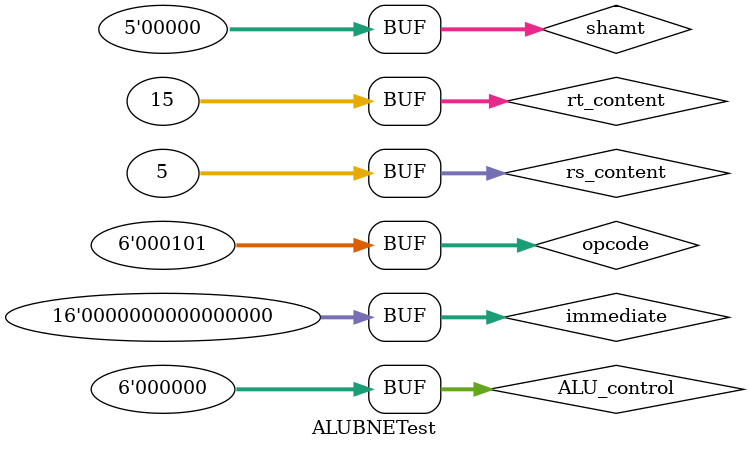
<source format=v>
`timescale 1ns / 1ps


module ALUBNETest;

	// Inputs
	reg [5:0] opcode;
	reg [31:0] rs_content;
	reg [31:0] rt_content;
	reg [4:0] shamt;
	reg [5:0] ALU_control;
	reg [15:0] immediate;

	// Outputs
	wire [31:0] ALU_result;
	wire sig_branch;

	// Instantiate the Unit Under Test (UUT)
	ALU uut (
		.ALU_result(ALU_result), 
		.sig_branch(sig_branch), 
		.opcode(opcode), 
		.rs_content(rs_content), 
		.rt_content(rt_content), 
		.shamt(shamt), 
		.ALU_control(ALU_control), 
		.immediate(immediate)
	);

	initial begin
		// Initialize Inputs
		opcode = 0;
		rs_content = 0;
		rt_content = 0;
		shamt = 0;
		ALU_control = 0;
		immediate = 0;

		// Wait 100 ns for global reset to finish
		#100;
        
		opcode = 6'b000101;
		rs_content = 15;
		rt_content = 12;
		shamt = 0;
		ALU_control = 0;
		immediate = 0;
		#100;
		
		opcode = 6'b000101;
		rs_content = 15;
		rt_content = 15;
		shamt = 0;
		ALU_control = 0;
		immediate = 0;
		#100;

		opcode = 6'b000101;
		rs_content = 5;
		rt_content = 15;
		shamt = 0;
		ALU_control = 0;
		immediate = 0;
		#100;

	end
      
endmodule


</source>
